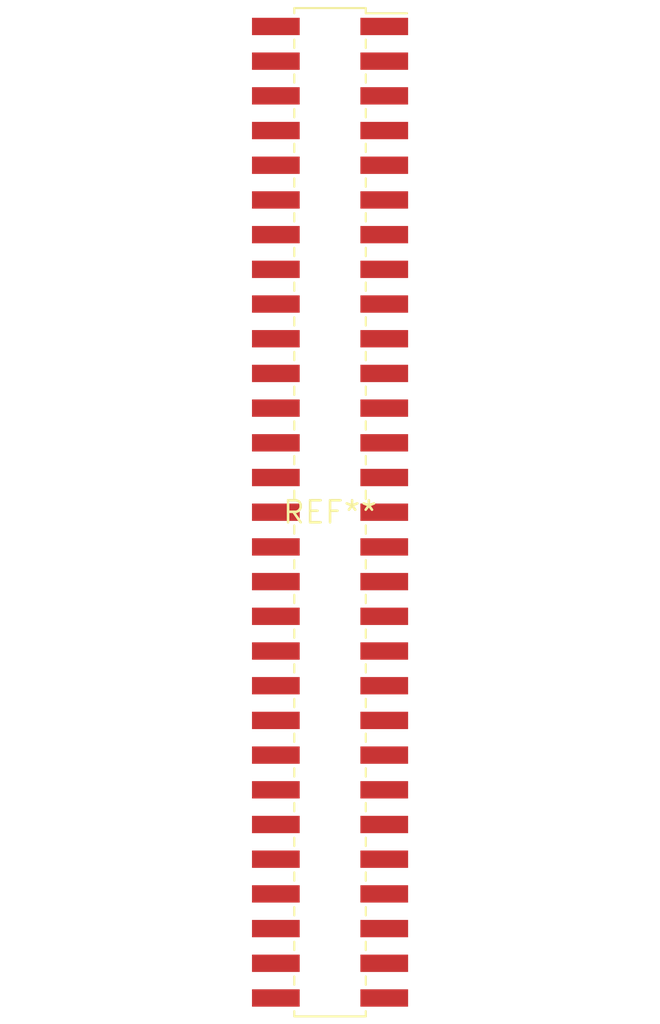
<source format=kicad_pcb>
(kicad_pcb (version 20240108) (generator pcbnew)
  (layers (0 "F.Cu" signal) (31 "B.Cu" signal) (34 "B.Paste" user) (35 "F.Paste" user) (36 "B.SilkS" user "B.Silkscreen") (37 "F.SilkS" user "F.Silkscreen") (38 "B.Mask" user) (39 "F.Mask" user) (44 "Edge.Cuts" user))
  (net 0 "")
  (footprint "PinSocket_2x29_P2.00mm_Vertical_SMD" (layer "F.Cu") (at 0 0)
    (property "Reference" "REF**")
    (property "Value" "PinSocket_2x29_P2.00mm_Vertical_SMD")
    (fp_line (start -2.06 -29.06) (end -2.06 -28.76) (layer "F.SilkS") (stroke (width 0.12)))
    (fp_line (start -2.06 -29.06) (end 2.06 -29.06) (layer "F.SilkS") (stroke (width 0.12)))
    (fp_line (start -2.06 -27.24) (end -2.06 -26.76) (layer "F.SilkS") (stroke (width 0.12)))
    (fp_line (start -2.06 -25.24) (end -2.06 -24.76) (layer "F.SilkS") (stroke (width 0.12)))
    (fp_line (start -2.06 -23.24) (end -2.06 -22.76) (layer "F.SilkS") (stroke (width 0.12)))
    (fp_line (start -2.06 -21.24) (end -2.06 -20.76) (layer "F.SilkS") (stroke (width 0.12)))
    (fp_line (start -2.06 -19.24) (end -2.06 -18.76) (layer "F.SilkS") (stroke (width 0.12)))
    (fp_line (start -2.06 -17.24) (end -2.06 -16.76) (layer "F.SilkS") (stroke (width 0.12)))
    (fp_line (start -2.06 -15.24) (end -2.06 -14.76) (layer "F.SilkS") (stroke (width 0.12)))
    (fp_line (start -2.06 -13.24) (end -2.06 -12.76) (layer "F.SilkS") (stroke (width 0.12)))
    (fp_line (start -2.06 -11.24) (end -2.06 -10.76) (layer "F.SilkS") (stroke (width 0.12)))
    (fp_line (start -2.06 -9.24) (end -2.06 -8.76) (layer "F.SilkS") (stroke (width 0.12)))
    (fp_line (start -2.06 -7.24) (end -2.06 -6.76) (layer "F.SilkS") (stroke (width 0.12)))
    (fp_line (start -2.06 -5.24) (end -2.06 -4.76) (layer "F.SilkS") (stroke (width 0.12)))
    (fp_line (start -2.06 -3.24) (end -2.06 -2.76) (layer "F.SilkS") (stroke (width 0.12)))
    (fp_line (start -2.06 -1.24) (end -2.06 -0.76) (layer "F.SilkS") (stroke (width 0.12)))
    (fp_line (start -2.06 0.76) (end -2.06 1.24) (layer "F.SilkS") (stroke (width 0.12)))
    (fp_line (start -2.06 2.76) (end -2.06 3.24) (layer "F.SilkS") (stroke (width 0.12)))
    (fp_line (start -2.06 4.76) (end -2.06 5.24) (layer "F.SilkS") (stroke (width 0.12)))
    (fp_line (start -2.06 6.76) (end -2.06 7.24) (layer "F.SilkS") (stroke (width 0.12)))
    (fp_line (start -2.06 8.76) (end -2.06 9.24) (layer "F.SilkS") (stroke (width 0.12)))
    (fp_line (start -2.06 10.76) (end -2.06 11.24) (layer "F.SilkS") (stroke (width 0.12)))
    (fp_line (start -2.06 12.76) (end -2.06 13.24) (layer "F.SilkS") (stroke (width 0.12)))
    (fp_line (start -2.06 14.76) (end -2.06 15.24) (layer "F.SilkS") (stroke (width 0.12)))
    (fp_line (start -2.06 16.76) (end -2.06 17.24) (layer "F.SilkS") (stroke (width 0.12)))
    (fp_line (start -2.06 18.76) (end -2.06 19.24) (layer "F.SilkS") (stroke (width 0.12)))
    (fp_line (start -2.06 20.76) (end -2.06 21.24) (layer "F.SilkS") (stroke (width 0.12)))
    (fp_line (start -2.06 22.76) (end -2.06 23.24) (layer "F.SilkS") (stroke (width 0.12)))
    (fp_line (start -2.06 24.76) (end -2.06 25.24) (layer "F.SilkS") (stroke (width 0.12)))
    (fp_line (start -2.06 26.76) (end -2.06 27.24) (layer "F.SilkS") (stroke (width 0.12)))
    (fp_line (start -2.06 28.76) (end -2.06 29.06) (layer "F.SilkS") (stroke (width 0.12)))
    (fp_line (start -2.06 29.06) (end 2.06 29.06) (layer "F.SilkS") (stroke (width 0.12)))
    (fp_line (start 2.06 -29.06) (end 2.06 -28.76) (layer "F.SilkS") (stroke (width 0.12)))
    (fp_line (start 2.06 -28.76) (end 4.44 -28.76) (layer "F.SilkS") (stroke (width 0.12)))
    (fp_line (start 2.06 -27.24) (end 2.06 -26.76) (layer "F.SilkS") (stroke (width 0.12)))
    (fp_line (start 2.06 -25.24) (end 2.06 -24.76) (layer "F.SilkS") (stroke (width 0.12)))
    (fp_line (start 2.06 -23.24) (end 2.06 -22.76) (layer "F.SilkS") (stroke (width 0.12)))
    (fp_line (start 2.06 -21.24) (end 2.06 -20.76) (layer "F.SilkS") (stroke (width 0.12)))
    (fp_line (start 2.06 -19.24) (end 2.06 -18.76) (layer "F.SilkS") (stroke (width 0.12)))
    (fp_line (start 2.06 -17.24) (end 2.06 -16.76) (layer "F.SilkS") (stroke (width 0.12)))
    (fp_line (start 2.06 -15.24) (end 2.06 -14.76) (layer "F.SilkS") (stroke (width 0.12)))
    (fp_line (start 2.06 -13.24) (end 2.06 -12.76) (layer "F.SilkS") (stroke (width 0.12)))
    (fp_line (start 2.06 -11.24) (end 2.06 -10.76) (layer "F.SilkS") (stroke (width 0.12)))
    (fp_line (start 2.06 -9.24) (end 2.06 -8.76) (layer "F.SilkS") (stroke (width 0.12)))
    (fp_line (start 2.06 -7.24) (end 2.06 -6.76) (layer "F.SilkS") (stroke (width 0.12)))
    (fp_line (start 2.06 -5.24) (end 2.06 -4.76) (layer "F.SilkS") (stroke (width 0.12)))
    (fp_line (start 2.06 -3.24) (end 2.06 -2.76) (layer "F.SilkS") (stroke (width 0.12)))
    (fp_line (start 2.06 -1.24) (end 2.06 -0.76) (layer "F.SilkS") (stroke (width 0.12)))
    (fp_line (start 2.06 0.76) (end 2.06 1.24) (layer "F.SilkS") (stroke (width 0.12)))
    (fp_line (start 2.06 2.76) (end 2.06 3.24) (layer "F.SilkS") (stroke (width 0.12)))
    (fp_line (start 2.06 4.76) (end 2.06 5.24) (layer "F.SilkS") (stroke (width 0.12)))
    (fp_line (start 2.06 6.76) (end 2.06 7.24) (layer "F.SilkS") (stroke (width 0.12)))
    (fp_line (start 2.06 8.76) (end 2.06 9.24) (layer "F.SilkS") (stroke (width 0.12)))
    (fp_line (start 2.06 10.76) (end 2.06 11.24) (layer "F.SilkS") (stroke (width 0.12)))
    (fp_line (start 2.06 12.76) (end 2.06 13.24) (layer "F.SilkS") (stroke (width 0.12)))
    (fp_line (start 2.06 14.76) (end 2.06 15.24) (layer "F.SilkS") (stroke (width 0.12)))
    (fp_line (start 2.06 16.76) (end 2.06 17.24) (layer "F.SilkS") (stroke (width 0.12)))
    (fp_line (start 2.06 18.76) (end 2.06 19.24) (layer "F.SilkS") (stroke (width 0.12)))
    (fp_line (start 2.06 20.76) (end 2.06 21.24) (layer "F.SilkS") (stroke (width 0.12)))
    (fp_line (start 2.06 22.76) (end 2.06 23.24) (layer "F.SilkS") (stroke (width 0.12)))
    (fp_line (start 2.06 24.76) (end 2.06 25.24) (layer "F.SilkS") (stroke (width 0.12)))
    (fp_line (start 2.06 26.76) (end 2.06 27.24) (layer "F.SilkS") (stroke (width 0.12)))
    (fp_line (start 2.06 28.76) (end 2.06 29.06) (layer "F.SilkS") (stroke (width 0.12)))
    (pad "1" smd rect (at 3.125 -28) (size 2.75 1) (layers "F.Cu" "F.Paste" "F.Mask"))
    (pad "2" smd rect (at -3.125 -28) (size 2.75 1) (layers "F.Cu" "F.Paste" "F.Mask"))
    (pad "3" smd rect (at 3.125 -26) (size 2.75 1) (layers "F.Cu" "F.Paste" "F.Mask"))
    (pad "4" smd rect (at -3.125 -26) (size 2.75 1) (layers "F.Cu" "F.Paste" "F.Mask"))
    (pad "5" smd rect (at 3.125 -24) (size 2.75 1) (layers "F.Cu" "F.Paste" "F.Mask"))
    (pad "6" smd rect (at -3.125 -24) (size 2.75 1) (layers "F.Cu" "F.Paste" "F.Mask"))
    (pad "7" smd rect (at 3.125 -22) (size 2.75 1) (layers "F.Cu" "F.Paste" "F.Mask"))
    (pad "8" smd rect (at -3.125 -22) (size 2.75 1) (layers "F.Cu" "F.Paste" "F.Mask"))
    (pad "9" smd rect (at 3.125 -20) (size 2.75 1) (layers "F.Cu" "F.Paste" "F.Mask"))
    (pad "10" smd rect (at -3.125 -20) (size 2.75 1) (layers "F.Cu" "F.Paste" "F.Mask"))
    (pad "11" smd rect (at 3.125 -18) (size 2.75 1) (layers "F.Cu" "F.Paste" "F.Mask"))
    (pad "12" smd rect (at -3.125 -18) (size 2.75 1) (layers "F.Cu" "F.Paste" "F.Mask"))
    (pad "13" smd rect (at 3.125 -16) (size 2.75 1) (layers "F.Cu" "F.Paste" "F.Mask"))
    (pad "14" smd rect (at -3.125 -16) (size 2.75 1) (layers "F.Cu" "F.Paste" "F.Mask"))
    (pad "15" smd rect (at 3.125 -14) (size 2.75 1) (layers "F.Cu" "F.Paste" "F.Mask"))
    (pad "16" smd rect (at -3.125 -14) (size 2.75 1) (layers "F.Cu" "F.Paste" "F.Mask"))
    (pad "17" smd rect (at 3.125 -12) (size 2.75 1) (layers "F.Cu" "F.Paste" "F.Mask"))
    (pad "18" smd rect (at -3.125 -12) (size 2.75 1) (layers "F.Cu" "F.Paste" "F.Mask"))
    (pad "19" smd rect (at 3.125 -10) (size 2.75 1) (layers "F.Cu" "F.Paste" "F.Mask"))
    (pad "20" smd rect (at -3.125 -10) (size 2.75 1) (layers "F.Cu" "F.Paste" "F.Mask"))
    (pad "21" smd rect (at 3.125 -8) (size 2.75 1) (layers "F.Cu" "F.Paste" "F.Mask"))
    (pad "22" smd rect (at -3.125 -8) (size 2.75 1) (layers "F.Cu" "F.Paste" "F.Mask"))
    (pad "23" smd rect (at 3.125 -6) (size 2.75 1) (layers "F.Cu" "F.Paste" "F.Mask"))
    (pad "24" smd rect (at -3.125 -6) (size 2.75 1) (layers "F.Cu" "F.Paste" "F.Mask"))
    (pad "25" smd rect (at 3.125 -4) (size 2.75 1) (layers "F.Cu" "F.Paste" "F.Mask"))
    (pad "26" smd rect (at -3.125 -4) (size 2.75 1) (layers "F.Cu" "F.Paste" "F.Mask"))
    (pad "27" smd rect (at 3.125 -2) (size 2.75 1) (layers "F.Cu" "F.Paste" "F.Mask"))
    (pad "28" smd rect (at -3.125 -2) (size 2.75 1) (layers "F.Cu" "F.Paste" "F.Mask"))
    (pad "29" smd rect (at 3.125 0) (size 2.75 1) (layers "F.Cu" "F.Paste" "F.Mask"))
    (pad "30" smd rect (at -3.125 0) (size 2.75 1) (layers "F.Cu" "F.Paste" "F.Mask"))
    (pad "31" smd rect (at 3.125 2) (size 2.75 1) (layers "F.Cu" "F.Paste" "F.Mask"))
    (pad "32" smd rect (at -3.125 2) (size 2.75 1) (layers "F.Cu" "F.Paste" "F.Mask"))
    (pad "33" smd rect (at 3.125 4) (size 2.75 1) (layers "F.Cu" "F.Paste" "F.Mask"))
    (pad "34" smd rect (at -3.125 4) (size 2.75 1) (layers "F.Cu" "F.Paste" "F.Mask"))
    (pad "35" smd rect (at 3.125 6) (size 2.75 1) (layers "F.Cu" "F.Paste" "F.Mask"))
    (pad "36" smd rect (at -3.125 6) (size 2.75 1) (layers "F.Cu" "F.Paste" "F.Mask"))
    (pad "37" smd rect (at 3.125 8) (size 2.75 1) (layers "F.Cu" "F.Paste" "F.Mask"))
    (pad "38" smd rect (at -3.125 8) (size 2.75 1) (layers "F.Cu" "F.Paste" "F.Mask"))
    (pad "39" smd rect (at 3.125 10) (size 2.75 1) (layers "F.Cu" "F.Paste" "F.Mask"))
    (pad "40" smd rect (at -3.125 10) (size 2.75 1) (layers "F.Cu" "F.Paste" "F.Mask"))
    (pad "41" smd rect (at 3.125 12) (size 2.75 1) (layers "F.Cu" "F.Paste" "F.Mask"))
    (pad "42" smd rect (at -3.125 12) (size 2.75 1) (layers "F.Cu" "F.Paste" "F.Mask"))
    (pad "43" smd rect (at 3.125 14) (size 2.75 1) (layers "F.Cu" "F.Paste" "F.Mask"))
    (pad "44" smd rect (at -3.125 14) (size 2.75 1) (layers "F.Cu" "F.Paste" "F.Mask"))
    (pad "45" smd rect (at 3.125 16) (size 2.75 1) (layers "F.Cu" "F.Paste" "F.Mask"))
    (pad "46" smd rect (at -3.125 16) (size 2.75 1) (layers "F.Cu" "F.Paste" "F.Mask"))
    (pad "47" smd rect (at 3.125 18) (size 2.75 1) (layers "F.Cu" "F.Paste" "F.Mask"))
    (pad "48" smd rect (at -3.125 18) (size 2.75 1) (layers "F.Cu" "F.Paste" "F.Mask"))
    (pad "49" smd rect (at 3.125 20) (size 2.75 1) (layers "F.Cu" "F.Paste" "F.Mask"))
    (pad "50" smd rect (at -3.125 20) (size 2.75 1) (layers "F.Cu" "F.Paste" "F.Mask"))
    (pad "51" smd rect (at 3.125 22) (size 2.75 1) (layers "F.Cu" "F.Paste" "F.Mask"))
    (pad "52" smd rect (at -3.125 22) (size 2.75 1) (layers "F.Cu" "F.Paste" "F.Mask"))
    (pad "53" smd rect (at 3.125 24) (size 2.75 1) (layers "F.Cu" "F.Paste" "F.Mask"))
    (pad "54" smd rect (at -3.125 24) (size 2.75 1) (layers "F.Cu" "F.Paste" "F.Mask"))
    (pad "55" smd rect (at 3.125 26) (size 2.75 1) (layers "F.Cu" "F.Paste" "F.Mask"))
    (pad "56" smd rect (at -3.125 26) (size 2.75 1) (layers "F.Cu" "F.Paste" "F.Mask"))
    (pad "57" smd rect (at 3.125 28) (size 2.75 1) (layers "F.Cu" "F.Paste" "F.Mask"))
    (pad "58" smd rect (at -3.125 28) (size 2.75 1) (layers "F.Cu" "F.Paste" "F.Mask"))
  )
)
</source>
